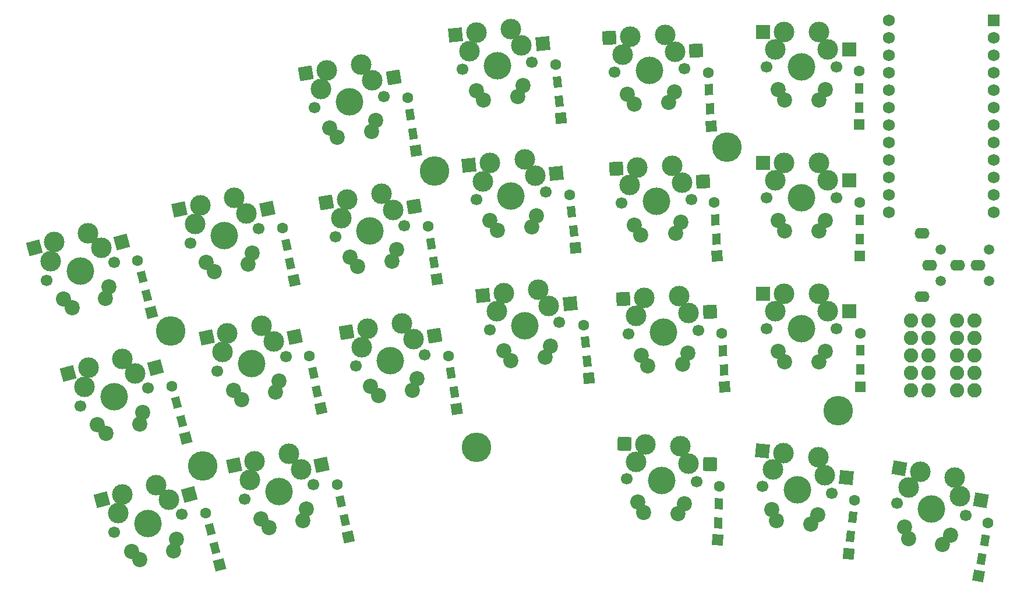
<source format=gts>
%TF.GenerationSoftware,KiCad,Pcbnew,(6.0.0)*%
%TF.CreationDate,2022-02-12T20:48:13+07:00*%
%TF.ProjectId,Shrimp42-mirrored-rev2,53687269-6d70-4343-922d-6d6972726f72,rev?*%
%TF.SameCoordinates,Original*%
%TF.FileFunction,Soldermask,Top*%
%TF.FilePolarity,Negative*%
%FSLAX46Y46*%
G04 Gerber Fmt 4.6, Leading zero omitted, Abs format (unit mm)*
G04 Created by KiCad (PCBNEW (6.0.0)) date 2022-02-12 20:48:13*
%MOMM*%
%LPD*%
G01*
G04 APERTURE LIST*
G04 Aperture macros list*
%AMRotRect*
0 Rectangle, with rotation*
0 The origin of the aperture is its center*
0 $1 length*
0 $2 width*
0 $3 Rotation angle, in degrees counterclockwise*
0 Add horizontal line*
21,1,$1,$2,0,0,$3*%
G04 Aperture macros list end*
%ADD10RotRect,1.600000X1.200000X285.000000*%
%ADD11RotRect,1.600000X1.600000X285.000000*%
%ADD12C,1.600000*%
%ADD13RotRect,1.600000X1.200000X282.000000*%
%ADD14RotRect,1.600000X1.600000X282.000000*%
%ADD15RotRect,1.600000X1.600000X279.000000*%
%ADD16RotRect,1.600000X1.200000X279.000000*%
%ADD17RotRect,1.600000X1.600000X276.000000*%
%ADD18RotRect,1.600000X1.200000X276.000000*%
%ADD19RotRect,1.600000X1.200000X273.000000*%
%ADD20RotRect,1.600000X1.600000X273.000000*%
%ADD21R,1.600000X1.600000*%
%ADD22R,1.200000X1.600000*%
%ADD23RotRect,1.600000X1.600000X268.000000*%
%ADD24RotRect,1.600000X1.200000X268.000000*%
%ADD25RotRect,1.600000X1.200000X264.000000*%
%ADD26RotRect,1.600000X1.600000X264.000000*%
%ADD27RotRect,1.600000X1.200000X260.000000*%
%ADD28RotRect,1.600000X1.600000X260.000000*%
%ADD29C,3.000000*%
%ADD30C,1.700000*%
%ADD31C,4.000000*%
%ADD32RotRect,2.000000X2.000000X195.000000*%
%ADD33C,2.200000*%
%ADD34RotRect,2.000000X2.000000X192.000000*%
%ADD35RotRect,2.000000X2.000000X189.000000*%
%ADD36RotRect,2.000000X2.000000X186.000000*%
%ADD37RotRect,2.000000X2.000000X183.000000*%
%ADD38R,2.000000X2.000000*%
%ADD39RotRect,2.000000X2.000000X178.000000*%
%ADD40RotRect,2.000000X2.000000X174.000000*%
%ADD41RotRect,2.000000X2.000000X170.000000*%
%ADD42C,2.082800*%
%ADD43C,4.300000*%
%ADD44C,1.500000*%
%ADD45O,2.200000X1.600000*%
%ADD46R,1.752600X1.752600*%
%ADD47C,1.752600*%
G04 APERTURE END LIST*
D10*
%TO.C,D-0-0*%
X35606651Y-60143963D03*
D11*
X36253698Y-62558778D03*
D10*
X34881957Y-57439371D03*
D12*
X34234910Y-55024556D03*
%TD*%
D13*
%TO.C,D-0-1*%
X56431074Y-55485784D03*
D14*
X56950854Y-57931153D03*
D12*
X55329142Y-50301601D03*
D13*
X55848922Y-52746970D03*
%TD*%
D15*
%TO.C,D-0-2*%
X74681087Y-39029284D03*
D16*
X74290001Y-36560063D03*
D12*
X73460899Y-31325314D03*
D16*
X73851985Y-33794535D03*
%TD*%
D17*
%TO.C,D-0-3*%
X95776107Y-34299692D03*
D18*
X95514786Y-31813388D03*
D12*
X94960785Y-26542422D03*
D18*
X95222106Y-29028726D03*
%TD*%
D19*
%TO.C,D-0-4*%
X117452429Y-32950853D03*
D20*
X117583269Y-35447427D03*
D12*
X117175049Y-27658117D03*
D19*
X117305889Y-30154691D03*
%TD*%
D21*
%TO.C,D-0-5*%
X139107246Y-35241289D03*
D22*
X139107246Y-32741289D03*
X139107246Y-29941289D03*
D12*
X139107246Y-27441289D03*
%TD*%
D11*
%TO.C,D-1-0*%
X41259145Y-80847721D03*
D10*
X40612098Y-78432906D03*
D12*
X39240357Y-73313499D03*
D10*
X39887404Y-75728314D03*
%TD*%
D14*
%TO.C,D-1-1*%
X60851326Y-76573969D03*
D13*
X60331546Y-74128600D03*
X59749394Y-71389786D03*
D12*
X59229614Y-68944417D03*
%TD*%
D15*
%TO.C,D-1-2*%
X77698932Y-57786039D03*
D16*
X77307846Y-55316818D03*
D12*
X76478744Y-50082069D03*
D16*
X76869830Y-52551290D03*
%TD*%
D18*
%TO.C,D-1-3*%
X97600246Y-50713151D03*
D17*
X97861567Y-53199455D03*
D12*
X97046245Y-45442185D03*
D18*
X97307566Y-47928489D03*
%TD*%
D20*
%TO.C,D-1-4*%
X118473490Y-54375176D03*
D19*
X118342650Y-51878602D03*
X118196110Y-49082440D03*
D12*
X118065270Y-46585866D03*
%TD*%
D22*
%TO.C,D-1-5*%
X139158046Y-51892889D03*
D21*
X139158046Y-54392889D03*
D12*
X139158046Y-46592889D03*
D22*
X139158046Y-49092889D03*
%TD*%
D11*
%TO.C,D-2-0*%
X46137909Y-99311029D03*
D10*
X45490862Y-96896214D03*
X44766168Y-94191622D03*
D12*
X44119121Y-91776807D03*
%TD*%
D13*
%TO.C,D-2-1*%
X64338371Y-92811318D03*
D14*
X64858151Y-95256687D03*
D13*
X63756219Y-90072504D03*
D12*
X63236439Y-87627135D03*
%TD*%
D15*
%TO.C,D-2-2*%
X80624414Y-76652857D03*
D16*
X80233328Y-74183636D03*
X79795312Y-71418108D03*
D12*
X79404226Y-68948887D03*
%TD*%
D18*
%TO.C,D-2-3*%
X99587900Y-69670679D03*
D17*
X99849221Y-72156983D03*
D18*
X99295220Y-66886017D03*
D12*
X99033899Y-64399713D03*
%TD*%
D20*
%TO.C,D-2-4*%
X119574610Y-73444481D03*
D19*
X119443770Y-70947907D03*
D12*
X119166390Y-65655171D03*
D19*
X119297230Y-68151745D03*
%TD*%
D21*
%TO.C,D-2-5*%
X139259646Y-73392089D03*
D22*
X139259646Y-70892089D03*
D12*
X139259646Y-65592089D03*
D22*
X139259646Y-68092089D03*
%TD*%
D23*
%TO.C,D-3-3*%
X118563892Y-95697624D03*
D24*
X118651141Y-93199147D03*
D12*
X118836108Y-87902376D03*
D24*
X118748859Y-90400853D03*
%TD*%
D25*
%TO.C,D-3-4*%
X137853660Y-95192331D03*
D26*
X137592339Y-97678635D03*
D25*
X138146340Y-92407669D03*
D12*
X138407661Y-89921365D03*
%TD*%
D27*
%TO.C,D-3-5*%
X156894735Y-98478731D03*
D28*
X156460614Y-100940750D03*
D27*
X157380949Y-95721269D03*
D12*
X157815070Y-93259250D03*
%TD*%
D29*
%TO.C,K-0-0*%
X27053524Y-51036972D03*
X21577295Y-55133925D03*
D30*
X21007970Y-57916077D03*
D31*
X25914873Y-56601276D03*
D29*
X28937650Y-53161724D03*
D30*
X30821776Y-55286475D03*
D29*
X22146621Y-52351773D03*
D32*
X19190888Y-53143759D03*
D33*
X24720483Y-61880285D03*
X23472234Y-60641132D03*
X29588749Y-60575837D03*
D32*
X31922361Y-52361973D03*
D33*
X30050189Y-58878575D03*
%TD*%
D29*
%TO.C,K-0-1*%
X42601294Y-49724826D03*
D30*
X41887142Y-52473368D03*
X51825122Y-50360986D03*
D29*
X48284436Y-45920091D03*
D31*
X46856132Y-51417177D03*
D29*
X43315446Y-46976283D03*
X50054779Y-48140539D03*
D33*
X44205411Y-55323659D03*
X45387097Y-56626441D03*
D34*
X40322314Y-47612493D03*
D33*
X50316961Y-55578567D03*
D34*
X53077255Y-47498091D03*
D33*
X50866596Y-53907780D03*
%TD*%
D29*
%TO.C,K-0-2*%
X66722500Y-26522427D03*
X61705044Y-27317114D03*
X60848023Y-30024514D03*
D30*
X59991002Y-32731914D03*
D31*
X65008459Y-31937227D03*
D30*
X70025916Y-31142540D03*
D29*
X68374208Y-28832483D03*
D35*
X58682717Y-27795803D03*
D33*
X62156921Y-35699627D03*
X63268805Y-37062469D03*
X68246755Y-36274039D03*
X68883079Y-34634309D03*
D35*
X71426165Y-28349101D03*
%TD*%
D29*
%TO.C,K-0-3*%
X83460339Y-21881020D03*
D31*
X86517429Y-26667689D03*
D29*
X90041055Y-23743350D03*
X82462798Y-24539857D03*
X88512510Y-21350015D03*
D30*
X81465258Y-27198694D03*
X91569600Y-26136684D03*
D33*
X83472890Y-30275695D03*
X84511925Y-31694861D03*
D36*
X80417102Y-22200877D03*
D33*
X90245584Y-29563856D03*
X89524316Y-31168037D03*
D36*
X93114128Y-23420357D03*
%TD*%
D29*
%TO.C,K-0-4*%
X112337091Y-24644385D03*
D30*
X113738284Y-27114437D03*
D29*
X104727534Y-25043185D03*
D30*
X103592208Y-27646171D03*
D29*
X105862860Y-22440199D03*
X110935898Y-22174333D03*
D31*
X108665246Y-27380304D03*
D33*
X106399389Y-32295626D03*
X105436051Y-30824027D03*
D37*
X102807054Y-22600347D03*
X115422856Y-24482667D03*
D33*
X111432482Y-32031853D03*
X112236718Y-30467619D03*
%TD*%
D29*
%TO.C,K-0-5*%
X133310357Y-21760828D03*
X126960357Y-24300828D03*
D30*
X135850357Y-26840828D03*
D29*
X134580357Y-24300828D03*
D31*
X130770357Y-26840828D03*
D29*
X128230357Y-21760828D03*
D30*
X125690357Y-26840828D03*
D33*
X128250357Y-31630828D03*
X127365357Y-30110828D03*
D38*
X125170357Y-21760828D03*
D33*
X133290357Y-31630828D03*
D38*
X137670357Y-24300828D03*
D33*
X134175357Y-30110828D03*
%TD*%
D29*
%TO.C,K-1-0*%
X27067417Y-70641727D03*
X26498091Y-73423879D03*
D30*
X35742572Y-73576429D03*
D31*
X30835669Y-74891230D03*
D30*
X25928766Y-76206031D03*
D29*
X31974320Y-69326926D03*
X33858446Y-71451678D03*
D33*
X29641279Y-80170239D03*
D32*
X24111684Y-71433713D03*
D33*
X28393030Y-78931086D03*
X34970985Y-77168529D03*
D32*
X36843157Y-70651927D03*
D33*
X34509545Y-78865791D03*
%TD*%
D31*
%TO.C,K-1-1*%
X50816846Y-70050889D03*
D29*
X47276160Y-65609995D03*
D30*
X45847856Y-71107080D03*
X55785836Y-68994698D03*
D29*
X54015493Y-66774251D03*
X52245150Y-64553803D03*
X46562008Y-68358538D03*
D33*
X49347811Y-75260153D03*
X48166125Y-73957371D03*
D34*
X44283028Y-66246205D03*
D33*
X54827310Y-72541492D03*
X54277675Y-74212279D03*
D34*
X57037969Y-66131803D03*
%TD*%
D29*
%TO.C,K-1-2*%
X64685118Y-46132576D03*
D30*
X73005990Y-49958002D03*
D31*
X67988533Y-50752689D03*
D29*
X63828097Y-48839976D03*
X69702574Y-45337889D03*
D30*
X62971076Y-51547376D03*
D29*
X71354282Y-47647945D03*
D33*
X66248879Y-55877931D03*
X65136995Y-54515089D03*
D35*
X61662791Y-46611265D03*
D33*
X71226829Y-55089501D03*
X71863153Y-53449771D03*
D35*
X74406239Y-47164563D03*
%TD*%
D29*
%TO.C,K-1-3*%
X85451607Y-40826660D03*
D30*
X93560868Y-45082324D03*
D31*
X88508697Y-45613329D03*
D29*
X84454066Y-43485497D03*
X92032323Y-42688990D03*
D30*
X83456526Y-46144334D03*
D29*
X90503778Y-40295655D03*
D36*
X82408370Y-41146517D03*
D33*
X86503193Y-50640501D03*
X85464158Y-49221335D03*
D36*
X95105396Y-42365997D03*
D33*
X91515584Y-50113677D03*
X92236852Y-48509496D03*
%TD*%
D30*
%TO.C,K-1-4*%
X114735283Y-46138329D03*
D29*
X106859859Y-41464091D03*
X111932897Y-41198225D03*
D30*
X104589207Y-46670063D03*
D31*
X109662245Y-46404196D03*
D29*
X105724533Y-44067077D03*
X113334090Y-43668277D03*
D37*
X103804053Y-41624239D03*
D33*
X107396388Y-51319518D03*
X106433050Y-49847919D03*
X112429481Y-51055745D03*
D37*
X116419855Y-43506559D03*
D33*
X113233717Y-49491511D03*
%TD*%
D30*
%TO.C,K-1-5*%
X125690357Y-45890828D03*
D31*
X130770357Y-45890828D03*
D29*
X133310357Y-40810828D03*
X128230357Y-40810828D03*
X134580357Y-43350828D03*
D30*
X135850357Y-45890828D03*
D29*
X126960357Y-43350828D03*
D33*
X128250357Y-50680828D03*
D38*
X125170357Y-40810828D03*
D33*
X127365357Y-49160828D03*
D38*
X137670357Y-43350828D03*
D33*
X133290357Y-50680828D03*
X134175357Y-49160828D03*
%TD*%
D29*
%TO.C,K-2-0*%
X38788950Y-89852564D03*
X31997921Y-89042613D03*
X31428595Y-91824765D03*
D31*
X35766173Y-93292116D03*
D29*
X36904824Y-87727812D03*
D30*
X30859270Y-94606917D03*
X40673076Y-91977315D03*
D33*
X33323534Y-97331972D03*
X34571783Y-98571125D03*
D32*
X29042188Y-89834599D03*
D33*
X39901489Y-95569415D03*
X39440049Y-97266677D03*
D32*
X41773661Y-89052813D03*
%TD*%
D29*
%TO.C,K-2-1*%
X56205871Y-83187514D03*
D31*
X54777567Y-88684600D03*
D29*
X57976214Y-85407962D03*
X51236881Y-84243706D03*
D30*
X49808577Y-89740791D03*
X59746557Y-87628409D03*
D29*
X50522729Y-86992249D03*
D34*
X48243749Y-84879916D03*
D33*
X52126846Y-92591082D03*
X53308532Y-93893864D03*
X58788031Y-91175203D03*
D34*
X60998690Y-84765514D03*
D33*
X58238396Y-92845990D03*
%TD*%
D29*
%TO.C,K-2-2*%
X66808174Y-67655438D03*
D30*
X65951153Y-70362838D03*
D31*
X70968610Y-69568151D03*
D29*
X74334359Y-66463407D03*
X67665195Y-64948038D03*
D30*
X75986067Y-68773464D03*
D29*
X72682651Y-64153351D03*
D33*
X68117072Y-73330551D03*
X69228956Y-74693393D03*
D35*
X64642868Y-65426727D03*
X77386316Y-65980025D03*
D33*
X74206906Y-73904963D03*
X74843230Y-72265233D03*
%TD*%
D29*
%TO.C,K-2-3*%
X94023589Y-61634633D03*
D30*
X95552134Y-64027967D03*
X85447792Y-65089977D03*
D31*
X90499963Y-64558972D03*
D29*
X86445332Y-62431140D03*
X87442873Y-59772303D03*
X92495044Y-59241298D03*
D36*
X84399636Y-60092160D03*
D33*
X87455424Y-68166978D03*
X88494459Y-69586144D03*
D36*
X97096662Y-61311640D03*
D33*
X93506850Y-69059320D03*
X94228118Y-67455139D03*
%TD*%
D30*
%TO.C,K-2-4*%
X105586208Y-65693956D03*
D29*
X107856860Y-60487984D03*
D31*
X110659246Y-65428089D03*
D30*
X115732284Y-65162222D03*
D29*
X106721534Y-63090970D03*
X114331091Y-62692170D03*
X112929898Y-60222118D03*
D37*
X104801054Y-60648132D03*
D33*
X107430051Y-68871812D03*
X108393389Y-70343411D03*
X114230718Y-68515404D03*
X113426482Y-70079638D03*
D37*
X117416856Y-62530452D03*
%TD*%
D30*
%TO.C,K-2-5*%
X135850357Y-64940828D03*
D29*
X134580357Y-62400828D03*
D31*
X130770357Y-64940828D03*
D30*
X125690357Y-64940828D03*
D29*
X133310357Y-59860828D03*
X126960357Y-62400828D03*
X128230357Y-59860828D03*
D33*
X128250357Y-69730828D03*
D38*
X125170357Y-59860828D03*
D33*
X127365357Y-68210828D03*
X133290357Y-69730828D03*
X134175357Y-68210828D03*
D38*
X137670357Y-62400828D03*
%TD*%
D29*
%TO.C,K-3-3*%
X108078896Y-81834450D03*
D30*
X115516964Y-87177289D03*
D29*
X106721025Y-84328580D03*
X114336383Y-84594514D03*
D31*
X110440059Y-87000000D03*
D30*
X105363154Y-86822711D03*
D29*
X113155801Y-82011739D03*
D39*
X105020760Y-81727657D03*
D33*
X106923012Y-90149175D03*
X107754426Y-91699135D03*
X113728863Y-90386841D03*
X112791355Y-91875029D03*
D39*
X117424500Y-84702354D03*
%TD*%
D31*
%TO.C,K-3-4*%
X130100000Y-88400000D03*
D29*
X128104919Y-83082326D03*
X133157090Y-83613331D03*
D30*
X125047829Y-87868995D03*
D29*
X134154631Y-86272168D03*
X126576374Y-85475661D03*
D30*
X135152171Y-88931005D03*
D33*
X126371845Y-91296167D03*
X127093113Y-92900348D03*
D40*
X125061682Y-82762469D03*
X137227703Y-86595161D03*
D33*
X133144539Y-92008006D03*
X132105504Y-93427172D03*
%TD*%
D29*
%TO.C,K-3-5*%
X146288949Y-88036989D03*
D30*
X154602823Y-92082133D03*
D31*
X149600000Y-91200000D03*
D29*
X153793184Y-89360188D03*
D30*
X144597177Y-90317867D03*
D29*
X152983544Y-86638243D03*
X147980721Y-85756110D03*
D33*
X146286510Y-95479636D03*
D41*
X144967209Y-85224747D03*
D33*
X145678900Y-93829049D03*
X151249941Y-96354823D03*
D41*
X156836240Y-89896761D03*
D33*
X152385441Y-95011593D03*
%TD*%
D42*
%TO.C,J1*%
X146620453Y-63793147D03*
X149160453Y-63793147D03*
X146620453Y-66333147D03*
X149160453Y-66333147D03*
X146620453Y-68873147D03*
X149160453Y-68873147D03*
X146620453Y-71413147D03*
X149160453Y-71413147D03*
X146620453Y-73953147D03*
X149160453Y-73953147D03*
%TD*%
D43*
%TO.C,Ref\u002A\u002A*%
X136100000Y-76900000D03*
%TD*%
%TO.C,Ref\u002A\u002A*%
X119900000Y-38500000D03*
%TD*%
%TO.C,Ref\u002A\u002A*%
X77430853Y-41999947D03*
%TD*%
%TO.C,Ref\u002A\u002A*%
X83465259Y-82184544D03*
%TD*%
%TO.C,Ref\u002A\u002A*%
X39076853Y-65317147D03*
%TD*%
D44*
%TO.C,U2*%
X150996853Y-53393147D03*
X157996853Y-53393147D03*
X157996853Y-57993147D03*
X150996853Y-57993147D03*
D45*
X148296853Y-60293147D03*
X148296853Y-51093147D03*
X149396853Y-55693147D03*
X153396853Y-55693147D03*
X156396853Y-55693147D03*
%TD*%
D43*
%TO.C,Ref\u002A\u002A*%
X43699653Y-84925947D03*
%TD*%
D46*
%TO.C,U1*%
X158710853Y-20059897D03*
D47*
X158710853Y-22599897D03*
X158710853Y-25139897D03*
X158710853Y-27679897D03*
X158710853Y-30219897D03*
X158710853Y-32759897D03*
X158710853Y-35299897D03*
X158710853Y-37839897D03*
X158710853Y-40379897D03*
X158710853Y-42919897D03*
X158710853Y-45459897D03*
X158710853Y-47999897D03*
X143470853Y-47999897D03*
X143470853Y-45459897D03*
X143470853Y-42919897D03*
X143470853Y-40379897D03*
X143470853Y-37839897D03*
X143470853Y-35299897D03*
X143470853Y-32759897D03*
X143470853Y-30219897D03*
X143470853Y-27679897D03*
X143470853Y-25139897D03*
X143470853Y-22599897D03*
X143470853Y-20059897D03*
%TD*%
D42*
%TO.C,J2*%
X155916853Y-63793147D03*
X153376853Y-63793147D03*
X155916853Y-66333147D03*
X153376853Y-66333147D03*
X155916853Y-68873147D03*
X153376853Y-68873147D03*
X155916853Y-71413147D03*
X153376853Y-71413147D03*
X155916853Y-73953147D03*
X153376853Y-73953147D03*
%TD*%
M02*

</source>
